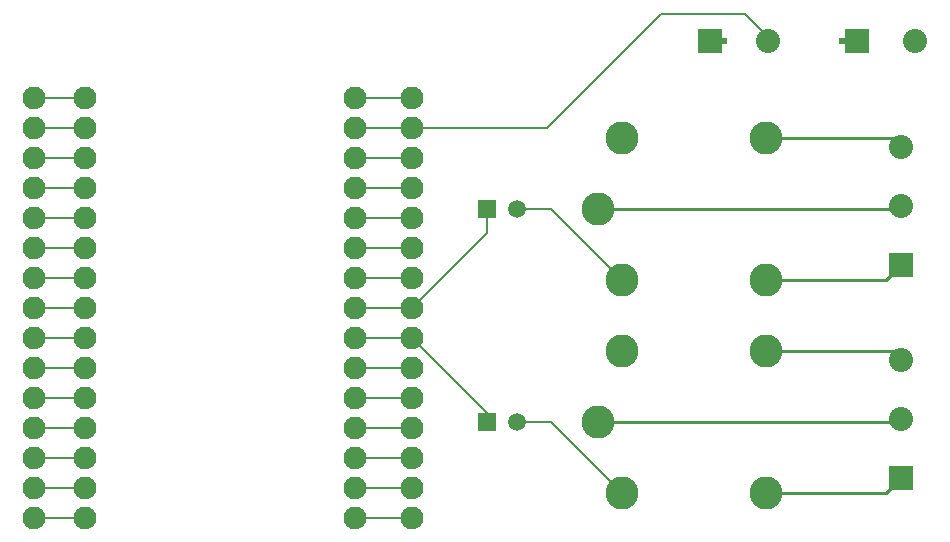
<source format=gtl>
G04 ---------------------------- Layer name :TOP LAYER*
G04 EasyEDA v5.8.22, Sun, 09 Dec 2018 14:58:16 GMT*
G04 d740bffd687a459e962a3d983056e966*
G04 Gerber Generator version 0.2*
G04 Scale: 100 percent, Rotated: No, Reflected: No *
G04 Dimensions in inches *
G04 leading zeros omitted , absolute positions ,2 integer and 4 decimal *
%FSLAX24Y24*%
%MOIN*%
G90*
G70D02*

%ADD10C,0.010000*%
%ADD11C,0.006000*%
%ADD12C,0.024400*%
%ADD13C,0.076000*%
%ADD14C,0.110000*%
%ADD15R,0.080000X0.080000*%
%ADD16C,0.080000*%
%ADD17R,0.060000X0.059055*%
%ADD18C,0.059055*%

%LPD*%
G54D10*
G01X25695Y4038D02*
G01X29707Y4038D01*
G01X30200Y4530D01*
G01X25696Y8761D02*
G01X28164Y8761D01*
G01X29907Y8761D01*
G01X30200Y8469D01*
G01X25695Y11138D02*
G01X29707Y11138D01*
G01X30200Y11630D01*
G01X25695Y15861D02*
G01X29907Y15861D01*
G01X30200Y15569D01*
G01X20104Y6400D02*
G01X30100Y6400D01*
G01X30200Y6500D01*
G01X20104Y13500D02*
G01X30100Y13500D01*
G01X30200Y13600D01*
G54D11*
G01X3000Y17200D02*
G01X1300Y17200D01*
G01X3000Y16200D02*
G01X1300Y16200D01*
G01X3000Y15200D02*
G01X1300Y15200D01*
G01X3000Y14200D02*
G01X1300Y14200D01*
G01X3000Y13200D02*
G01X1300Y13200D01*
G01X3000Y12200D02*
G01X1300Y12200D01*
G01X3000Y11200D02*
G01X1300Y11200D01*
G01X3000Y10200D02*
G01X1300Y10200D01*
G01X3000Y9200D02*
G01X1300Y9200D01*
G01X3000Y6200D02*
G01X1300Y6200D01*
G01X3000Y5200D02*
G01X1300Y5200D01*
G01X3000Y4200D02*
G01X1300Y4200D01*
G01X3000Y3200D02*
G01X1300Y3200D01*
G01X12000Y10200D02*
G01X13900Y10200D01*
G01X12000Y9200D02*
G01X13900Y9200D01*
G01X12000Y8200D02*
G01X13900Y8200D01*
G01X12000Y7200D02*
G01X13900Y7200D01*
G01X12000Y6200D02*
G01X13900Y6200D01*
G01X12000Y5200D02*
G01X13900Y5200D01*
G01X12000Y4200D02*
G01X13900Y4200D01*
G01X12000Y3200D02*
G01X13900Y3200D01*
G01X12000Y11200D02*
G01X13900Y11200D01*
G01X23819Y19100D02*
G01X24310Y19100D01*
G01X28719Y19100D02*
G01X28228Y19100D01*
G01X3000Y7200D02*
G01X1300Y7200D01*
G01X12000Y12200D02*
G01X13900Y12200D01*
G01X3000Y8200D02*
G01X1300Y8200D01*
G01X16400Y13500D02*
G01X16400Y12700D01*
G01X13900Y10200D01*
G01X17400Y13500D02*
G01X18529Y13500D01*
G01X20891Y11138D01*
G01X17400Y6400D02*
G01X18529Y6400D01*
G01X20891Y4038D01*
G01X16400Y6400D02*
G01X16400Y6700D01*
G01X13900Y9200D01*
G01X12000Y17200D02*
G01X13257Y17200D01*
G01X13900Y17200D01*
G01X12000Y16200D02*
G01X13900Y16200D01*
G01X12000Y15200D02*
G01X13177Y15200D01*
G01X13900Y15200D01*
G01X12000Y14200D02*
G01X13900Y14200D01*
G01X12000Y13200D02*
G01X13900Y13200D01*
G01X25780Y19100D02*
G01X25780Y19219D01*
G01X25000Y20000D01*
G01X22200Y20000D01*
G01X22100Y19900D01*
G01X18400Y16200D01*
G01X13900Y16200D01*
G54D13*
G01X3000Y17200D03*
G01X3000Y16200D03*
G01X3000Y15200D03*
G01X3000Y14200D03*
G01X3000Y13200D03*
G01X3000Y12200D03*
G01X3000Y11200D03*
G01X3000Y10200D03*
G01X3000Y9200D03*
G01X3000Y8200D03*
G01X3000Y7200D03*
G01X3000Y6200D03*
G01X3000Y5200D03*
G01X3000Y4200D03*
G01X3000Y3200D03*
G01X12000Y17200D03*
G01X12000Y16200D03*
G01X12000Y15200D03*
G01X12000Y14200D03*
G01X12000Y13200D03*
G01X12000Y12200D03*
G01X12000Y11200D03*
G01X12000Y10200D03*
G01X12000Y9200D03*
G01X12000Y8200D03*
G01X12000Y7200D03*
G01X12000Y6200D03*
G01X12000Y5200D03*
G01X12000Y4200D03*
G01X12000Y3200D03*
G54D14*
G01X25695Y11138D03*
G01X20104Y13500D03*
G01X20891Y15861D03*
G01X20891Y11138D03*
G01X25695Y15861D03*
G01X25695Y4038D03*
G01X20104Y6400D03*
G01X20891Y8761D03*
G01X20891Y4038D03*
G01X25695Y8761D03*
G54D15*
G01X30200Y11630D03*
G54D16*
G01X30200Y13600D03*
G01X30200Y15569D03*
G54D15*
G01X30200Y4530D03*
G54D16*
G01X30200Y6500D03*
G01X30200Y8469D03*
G54D15*
G01X28719Y19100D03*
G54D16*
G01X30680Y19100D03*
G54D15*
G01X23819Y19100D03*
G54D16*
G01X25780Y19100D03*
G54D17*
G01X16400Y6400D03*
G54D18*
G01X17400Y6400D03*
G54D17*
G01X16400Y13500D03*
G54D18*
G01X17400Y13500D03*
G54D13*
G01X1300Y15200D03*
G01X1300Y16200D03*
G01X1300Y14200D03*
G01X1300Y13200D03*
G01X1300Y12200D03*
G01X1300Y11200D03*
G01X1300Y10200D03*
G01X1300Y9200D03*
G01X1300Y8200D03*
G01X1300Y7200D03*
G01X1300Y6200D03*
G01X1300Y5200D03*
G01X1300Y4200D03*
G01X1300Y3200D03*
G01X1300Y17200D03*
G01X13900Y17200D03*
G01X13900Y16200D03*
G01X13900Y15200D03*
G01X13900Y14200D03*
G01X13900Y13200D03*
G01X13900Y12200D03*
G01X13900Y11200D03*
G01X13900Y10200D03*
G01X13900Y9200D03*
G01X13900Y8200D03*
G01X13900Y7200D03*
G01X13900Y6200D03*
G01X13900Y5200D03*
G01X13900Y4200D03*
G01X13900Y3200D03*
G54D12*
G01X28228Y19100D03*
G01X24310Y19100D03*
M00*
M02*

</source>
